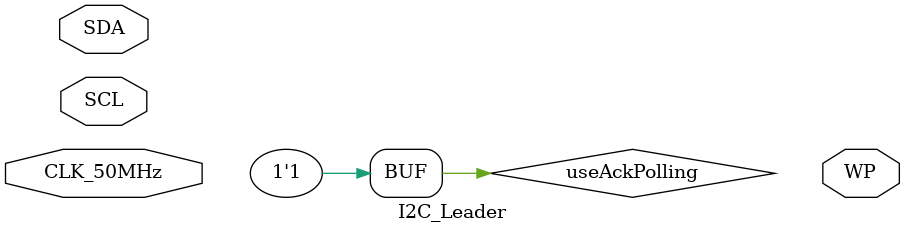
<source format=v>
module I2C_Leader(CLK_50MHz, WP, SCL, SDA );
	// Module to connect 24LC256-I/P EEPROM
	
	// Cicuit notes:
	//	- WP, SCL, SDA need pull-up R to Vcc between 2k and 10k (speed dependent)
	//		- See AN1028
	//	- Vcc/ GND need 0.1uF Decoupling Capacitor to filter PSU noise
	//	- Address Pins should be tied to GND or VCC to configure chip
	//		- This configuration will be embedded in the control byte
	//	- Vss tied to GND
	//	- Vcc > Vmin during writes
	
	// I/O
	input CLK_50MHz; 	// Control clock from DE2-115
	output WP; 			// EEPROM Write-Protect
	inout SCL;
	inout SDA;
	
	// Parameters
	wire useAckPolling;
	assign useAckPolling = 1;
	
	// Internal Wiring
	
	
endmodule
</source>
